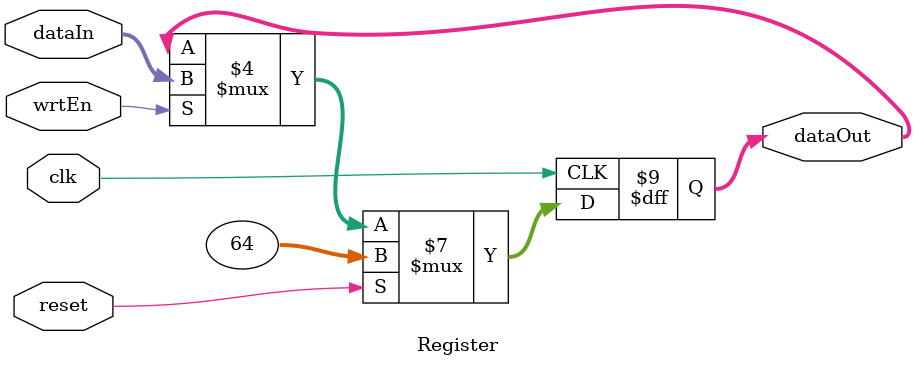
<source format=v>
module Register(clk, reset, wrtEn, dataIn, dataOut);
	parameter BIT_WIDTH = 32;
	parameter RESET_VALUE = 32'h40;
	
	input clk, reset, wrtEn;
	input[BIT_WIDTH - 1: 0] dataIn;
	output[BIT_WIDTH - 1: 0] dataOut;
	reg[BIT_WIDTH - 1: 0] dataOut;
	
	always @(posedge clk) begin
		if (reset == 1'b1)
			dataOut <= RESET_VALUE;
		else if (wrtEn == 1'b1)
			dataOut <= dataIn;
	end
	
endmodule
</source>
